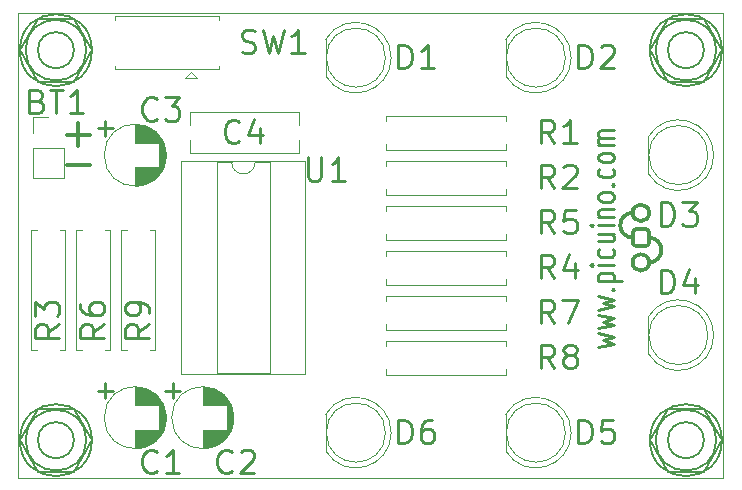
<source format=gbr>
%TF.GenerationSoftware,KiCad,Pcbnew,(5.1.12)-1*%
%TF.CreationDate,2022-01-20T18:33:59+01:00*%
%TF.ProjectId,pcb-luces-led-navidad,7063622d-6c75-4636-9573-2d6c65642d6e,R2*%
%TF.SameCoordinates,PX3072580PY3072580*%
%TF.FileFunction,Legend,Top*%
%TF.FilePolarity,Positive*%
%FSLAX46Y46*%
G04 Gerber Fmt 4.6, Leading zero omitted, Abs format (unit mm)*
G04 Created by KiCad (PCBNEW (5.1.12)-1) date 2022-01-20 18:33:59*
%MOMM*%
%LPD*%
G01*
G04 APERTURE LIST*
%ADD10C,0.300000*%
%ADD11C,0.120000*%
%ADD12C,0.250000*%
%ADD13C,0.127000*%
G04 APERTURE END LIST*
D10*
X4127619Y-10338571D02*
X6032380Y-10338571D01*
X5080000Y-11290952D02*
X5080000Y-9386190D01*
X4127619Y-12878571D02*
X6032380Y-12878571D01*
D11*
X59690000Y-39370000D02*
X59690000Y0D01*
X0Y-39370000D02*
X59690000Y-39370000D01*
X0Y-39370000D02*
X0Y0D01*
X59690000Y0D02*
X0Y0D01*
D12*
%TO.C,C3*%
X8001000Y-9779000D02*
X6731000Y-9779000D01*
X7366000Y-9144000D02*
X7366000Y-10414000D01*
D11*
X12510000Y-12065000D02*
G75*
G03*
X12510000Y-12065000I-2620000J0D01*
G01*
X9890000Y-13105000D02*
X9890000Y-14645000D01*
X9890000Y-9485000D02*
X9890000Y-11025000D01*
X9930000Y-13105000D02*
X9930000Y-14645000D01*
X9930000Y-9485000D02*
X9930000Y-11025000D01*
X9970000Y-9486000D02*
X9970000Y-11025000D01*
X9970000Y-13105000D02*
X9970000Y-14644000D01*
X10010000Y-9487000D02*
X10010000Y-11025000D01*
X10010000Y-13105000D02*
X10010000Y-14643000D01*
X10050000Y-9489000D02*
X10050000Y-11025000D01*
X10050000Y-13105000D02*
X10050000Y-14641000D01*
X10090000Y-9492000D02*
X10090000Y-11025000D01*
X10090000Y-13105000D02*
X10090000Y-14638000D01*
X10130000Y-9496000D02*
X10130000Y-11025000D01*
X10130000Y-13105000D02*
X10130000Y-14634000D01*
X10170000Y-9500000D02*
X10170000Y-11025000D01*
X10170000Y-13105000D02*
X10170000Y-14630000D01*
X10210000Y-9504000D02*
X10210000Y-11025000D01*
X10210000Y-13105000D02*
X10210000Y-14626000D01*
X10250000Y-9509000D02*
X10250000Y-11025000D01*
X10250000Y-13105000D02*
X10250000Y-14621000D01*
X10290000Y-9515000D02*
X10290000Y-11025000D01*
X10290000Y-13105000D02*
X10290000Y-14615000D01*
X10330000Y-9522000D02*
X10330000Y-11025000D01*
X10330000Y-13105000D02*
X10330000Y-14608000D01*
X10370000Y-9529000D02*
X10370000Y-11025000D01*
X10370000Y-13105000D02*
X10370000Y-14601000D01*
X10410000Y-9537000D02*
X10410000Y-11025000D01*
X10410000Y-13105000D02*
X10410000Y-14593000D01*
X10450000Y-9545000D02*
X10450000Y-11025000D01*
X10450000Y-13105000D02*
X10450000Y-14585000D01*
X10490000Y-9554000D02*
X10490000Y-11025000D01*
X10490000Y-13105000D02*
X10490000Y-14576000D01*
X10530000Y-9564000D02*
X10530000Y-11025000D01*
X10530000Y-13105000D02*
X10530000Y-14566000D01*
X10570000Y-9574000D02*
X10570000Y-11025000D01*
X10570000Y-13105000D02*
X10570000Y-14556000D01*
X10611000Y-9585000D02*
X10611000Y-11025000D01*
X10611000Y-13105000D02*
X10611000Y-14545000D01*
X10651000Y-9597000D02*
X10651000Y-11025000D01*
X10651000Y-13105000D02*
X10651000Y-14533000D01*
X10691000Y-9610000D02*
X10691000Y-11025000D01*
X10691000Y-13105000D02*
X10691000Y-14520000D01*
X10731000Y-9623000D02*
X10731000Y-11025000D01*
X10731000Y-13105000D02*
X10731000Y-14507000D01*
X10771000Y-9637000D02*
X10771000Y-11025000D01*
X10771000Y-13105000D02*
X10771000Y-14493000D01*
X10811000Y-9651000D02*
X10811000Y-11025000D01*
X10811000Y-13105000D02*
X10811000Y-14479000D01*
X10851000Y-9667000D02*
X10851000Y-11025000D01*
X10851000Y-13105000D02*
X10851000Y-14463000D01*
X10891000Y-9683000D02*
X10891000Y-11025000D01*
X10891000Y-13105000D02*
X10891000Y-14447000D01*
X10931000Y-9700000D02*
X10931000Y-11025000D01*
X10931000Y-13105000D02*
X10931000Y-14430000D01*
X10971000Y-9717000D02*
X10971000Y-11025000D01*
X10971000Y-13105000D02*
X10971000Y-14413000D01*
X11011000Y-9736000D02*
X11011000Y-11025000D01*
X11011000Y-13105000D02*
X11011000Y-14394000D01*
X11051000Y-9755000D02*
X11051000Y-11025000D01*
X11051000Y-13105000D02*
X11051000Y-14375000D01*
X11091000Y-9775000D02*
X11091000Y-11025000D01*
X11091000Y-13105000D02*
X11091000Y-14355000D01*
X11131000Y-9797000D02*
X11131000Y-11025000D01*
X11131000Y-13105000D02*
X11131000Y-14333000D01*
X11171000Y-9818000D02*
X11171000Y-11025000D01*
X11171000Y-13105000D02*
X11171000Y-14312000D01*
X11211000Y-9841000D02*
X11211000Y-11025000D01*
X11211000Y-13105000D02*
X11211000Y-14289000D01*
X11251000Y-9865000D02*
X11251000Y-11025000D01*
X11251000Y-13105000D02*
X11251000Y-14265000D01*
X11291000Y-9890000D02*
X11291000Y-11025000D01*
X11291000Y-13105000D02*
X11291000Y-14240000D01*
X11331000Y-9916000D02*
X11331000Y-11025000D01*
X11331000Y-13105000D02*
X11331000Y-14214000D01*
X11371000Y-9943000D02*
X11371000Y-11025000D01*
X11371000Y-13105000D02*
X11371000Y-14187000D01*
X11411000Y-9970000D02*
X11411000Y-11025000D01*
X11411000Y-13105000D02*
X11411000Y-14160000D01*
X11451000Y-10000000D02*
X11451000Y-11025000D01*
X11451000Y-13105000D02*
X11451000Y-14130000D01*
X11491000Y-10030000D02*
X11491000Y-11025000D01*
X11491000Y-13105000D02*
X11491000Y-14100000D01*
X11531000Y-10061000D02*
X11531000Y-11025000D01*
X11531000Y-13105000D02*
X11531000Y-14069000D01*
X11571000Y-10094000D02*
X11571000Y-11025000D01*
X11571000Y-13105000D02*
X11571000Y-14036000D01*
X11611000Y-10128000D02*
X11611000Y-11025000D01*
X11611000Y-13105000D02*
X11611000Y-14002000D01*
X11651000Y-10164000D02*
X11651000Y-11025000D01*
X11651000Y-13105000D02*
X11651000Y-13966000D01*
X11691000Y-10201000D02*
X11691000Y-11025000D01*
X11691000Y-13105000D02*
X11691000Y-13929000D01*
X11731000Y-10239000D02*
X11731000Y-11025000D01*
X11731000Y-13105000D02*
X11731000Y-13891000D01*
X11771000Y-10280000D02*
X11771000Y-11025000D01*
X11771000Y-13105000D02*
X11771000Y-13850000D01*
X11811000Y-10322000D02*
X11811000Y-11025000D01*
X11811000Y-13105000D02*
X11811000Y-13808000D01*
X11851000Y-10366000D02*
X11851000Y-11025000D01*
X11851000Y-13105000D02*
X11851000Y-13764000D01*
X11891000Y-10412000D02*
X11891000Y-11025000D01*
X11891000Y-13105000D02*
X11891000Y-13718000D01*
X11931000Y-10460000D02*
X11931000Y-13670000D01*
X11971000Y-10511000D02*
X11971000Y-13619000D01*
X12011000Y-10565000D02*
X12011000Y-13565000D01*
X12051000Y-10622000D02*
X12051000Y-13508000D01*
X12091000Y-10682000D02*
X12091000Y-13448000D01*
X12131000Y-10746000D02*
X12131000Y-13384000D01*
X12171000Y-10814000D02*
X12171000Y-13316000D01*
X12211000Y-10887000D02*
X12211000Y-13243000D01*
X12251000Y-10967000D02*
X12251000Y-13163000D01*
X12291000Y-11054000D02*
X12291000Y-13076000D01*
X12331000Y-11150000D02*
X12331000Y-12980000D01*
X12371000Y-11260000D02*
X12371000Y-12870000D01*
X12411000Y-11388000D02*
X12411000Y-12742000D01*
X12451000Y-11547000D02*
X12451000Y-12583000D01*
X12491000Y-11781000D02*
X12491000Y-12349000D01*
D12*
%TO.C,C1*%
X8001000Y-32004000D02*
X6731000Y-32004000D01*
X7366000Y-31369000D02*
X7366000Y-32639000D01*
D11*
X12510000Y-34290000D02*
G75*
G03*
X12510000Y-34290000I-2620000J0D01*
G01*
X9890000Y-35330000D02*
X9890000Y-36870000D01*
X9890000Y-31710000D02*
X9890000Y-33250000D01*
X9930000Y-35330000D02*
X9930000Y-36870000D01*
X9930000Y-31710000D02*
X9930000Y-33250000D01*
X9970000Y-31711000D02*
X9970000Y-33250000D01*
X9970000Y-35330000D02*
X9970000Y-36869000D01*
X10010000Y-31712000D02*
X10010000Y-33250000D01*
X10010000Y-35330000D02*
X10010000Y-36868000D01*
X10050000Y-31714000D02*
X10050000Y-33250000D01*
X10050000Y-35330000D02*
X10050000Y-36866000D01*
X10090000Y-31717000D02*
X10090000Y-33250000D01*
X10090000Y-35330000D02*
X10090000Y-36863000D01*
X10130000Y-31721000D02*
X10130000Y-33250000D01*
X10130000Y-35330000D02*
X10130000Y-36859000D01*
X10170000Y-31725000D02*
X10170000Y-33250000D01*
X10170000Y-35330000D02*
X10170000Y-36855000D01*
X10210000Y-31729000D02*
X10210000Y-33250000D01*
X10210000Y-35330000D02*
X10210000Y-36851000D01*
X10250000Y-31734000D02*
X10250000Y-33250000D01*
X10250000Y-35330000D02*
X10250000Y-36846000D01*
X10290000Y-31740000D02*
X10290000Y-33250000D01*
X10290000Y-35330000D02*
X10290000Y-36840000D01*
X10330000Y-31747000D02*
X10330000Y-33250000D01*
X10330000Y-35330000D02*
X10330000Y-36833000D01*
X10370000Y-31754000D02*
X10370000Y-33250000D01*
X10370000Y-35330000D02*
X10370000Y-36826000D01*
X10410000Y-31762000D02*
X10410000Y-33250000D01*
X10410000Y-35330000D02*
X10410000Y-36818000D01*
X10450000Y-31770000D02*
X10450000Y-33250000D01*
X10450000Y-35330000D02*
X10450000Y-36810000D01*
X10490000Y-31779000D02*
X10490000Y-33250000D01*
X10490000Y-35330000D02*
X10490000Y-36801000D01*
X10530000Y-31789000D02*
X10530000Y-33250000D01*
X10530000Y-35330000D02*
X10530000Y-36791000D01*
X10570000Y-31799000D02*
X10570000Y-33250000D01*
X10570000Y-35330000D02*
X10570000Y-36781000D01*
X10611000Y-31810000D02*
X10611000Y-33250000D01*
X10611000Y-35330000D02*
X10611000Y-36770000D01*
X10651000Y-31822000D02*
X10651000Y-33250000D01*
X10651000Y-35330000D02*
X10651000Y-36758000D01*
X10691000Y-31835000D02*
X10691000Y-33250000D01*
X10691000Y-35330000D02*
X10691000Y-36745000D01*
X10731000Y-31848000D02*
X10731000Y-33250000D01*
X10731000Y-35330000D02*
X10731000Y-36732000D01*
X10771000Y-31862000D02*
X10771000Y-33250000D01*
X10771000Y-35330000D02*
X10771000Y-36718000D01*
X10811000Y-31876000D02*
X10811000Y-33250000D01*
X10811000Y-35330000D02*
X10811000Y-36704000D01*
X10851000Y-31892000D02*
X10851000Y-33250000D01*
X10851000Y-35330000D02*
X10851000Y-36688000D01*
X10891000Y-31908000D02*
X10891000Y-33250000D01*
X10891000Y-35330000D02*
X10891000Y-36672000D01*
X10931000Y-31925000D02*
X10931000Y-33250000D01*
X10931000Y-35330000D02*
X10931000Y-36655000D01*
X10971000Y-31942000D02*
X10971000Y-33250000D01*
X10971000Y-35330000D02*
X10971000Y-36638000D01*
X11011000Y-31961000D02*
X11011000Y-33250000D01*
X11011000Y-35330000D02*
X11011000Y-36619000D01*
X11051000Y-31980000D02*
X11051000Y-33250000D01*
X11051000Y-35330000D02*
X11051000Y-36600000D01*
X11091000Y-32000000D02*
X11091000Y-33250000D01*
X11091000Y-35330000D02*
X11091000Y-36580000D01*
X11131000Y-32022000D02*
X11131000Y-33250000D01*
X11131000Y-35330000D02*
X11131000Y-36558000D01*
X11171000Y-32043000D02*
X11171000Y-33250000D01*
X11171000Y-35330000D02*
X11171000Y-36537000D01*
X11211000Y-32066000D02*
X11211000Y-33250000D01*
X11211000Y-35330000D02*
X11211000Y-36514000D01*
X11251000Y-32090000D02*
X11251000Y-33250000D01*
X11251000Y-35330000D02*
X11251000Y-36490000D01*
X11291000Y-32115000D02*
X11291000Y-33250000D01*
X11291000Y-35330000D02*
X11291000Y-36465000D01*
X11331000Y-32141000D02*
X11331000Y-33250000D01*
X11331000Y-35330000D02*
X11331000Y-36439000D01*
X11371000Y-32168000D02*
X11371000Y-33250000D01*
X11371000Y-35330000D02*
X11371000Y-36412000D01*
X11411000Y-32195000D02*
X11411000Y-33250000D01*
X11411000Y-35330000D02*
X11411000Y-36385000D01*
X11451000Y-32225000D02*
X11451000Y-33250000D01*
X11451000Y-35330000D02*
X11451000Y-36355000D01*
X11491000Y-32255000D02*
X11491000Y-33250000D01*
X11491000Y-35330000D02*
X11491000Y-36325000D01*
X11531000Y-32286000D02*
X11531000Y-33250000D01*
X11531000Y-35330000D02*
X11531000Y-36294000D01*
X11571000Y-32319000D02*
X11571000Y-33250000D01*
X11571000Y-35330000D02*
X11571000Y-36261000D01*
X11611000Y-32353000D02*
X11611000Y-33250000D01*
X11611000Y-35330000D02*
X11611000Y-36227000D01*
X11651000Y-32389000D02*
X11651000Y-33250000D01*
X11651000Y-35330000D02*
X11651000Y-36191000D01*
X11691000Y-32426000D02*
X11691000Y-33250000D01*
X11691000Y-35330000D02*
X11691000Y-36154000D01*
X11731000Y-32464000D02*
X11731000Y-33250000D01*
X11731000Y-35330000D02*
X11731000Y-36116000D01*
X11771000Y-32505000D02*
X11771000Y-33250000D01*
X11771000Y-35330000D02*
X11771000Y-36075000D01*
X11811000Y-32547000D02*
X11811000Y-33250000D01*
X11811000Y-35330000D02*
X11811000Y-36033000D01*
X11851000Y-32591000D02*
X11851000Y-33250000D01*
X11851000Y-35330000D02*
X11851000Y-35989000D01*
X11891000Y-32637000D02*
X11891000Y-33250000D01*
X11891000Y-35330000D02*
X11891000Y-35943000D01*
X11931000Y-32685000D02*
X11931000Y-35895000D01*
X11971000Y-32736000D02*
X11971000Y-35844000D01*
X12011000Y-32790000D02*
X12011000Y-35790000D01*
X12051000Y-32847000D02*
X12051000Y-35733000D01*
X12091000Y-32907000D02*
X12091000Y-35673000D01*
X12131000Y-32971000D02*
X12131000Y-35609000D01*
X12171000Y-33039000D02*
X12171000Y-35541000D01*
X12211000Y-33112000D02*
X12211000Y-35468000D01*
X12251000Y-33192000D02*
X12251000Y-35388000D01*
X12291000Y-33279000D02*
X12291000Y-35301000D01*
X12331000Y-33375000D02*
X12331000Y-35205000D01*
X12371000Y-33485000D02*
X12371000Y-35095000D01*
X12411000Y-33613000D02*
X12411000Y-34967000D01*
X12451000Y-33772000D02*
X12451000Y-34808000D01*
X12491000Y-34006000D02*
X12491000Y-34574000D01*
%TO.C,C2*%
X18206000Y-34006000D02*
X18206000Y-34574000D01*
X18166000Y-33772000D02*
X18166000Y-34808000D01*
X18126000Y-33613000D02*
X18126000Y-34967000D01*
X18086000Y-33485000D02*
X18086000Y-35095000D01*
X18046000Y-33375000D02*
X18046000Y-35205000D01*
X18006000Y-33279000D02*
X18006000Y-35301000D01*
X17966000Y-33192000D02*
X17966000Y-35388000D01*
X17926000Y-33112000D02*
X17926000Y-35468000D01*
X17886000Y-33039000D02*
X17886000Y-35541000D01*
X17846000Y-32971000D02*
X17846000Y-35609000D01*
X17806000Y-32907000D02*
X17806000Y-35673000D01*
X17766000Y-32847000D02*
X17766000Y-35733000D01*
X17726000Y-32790000D02*
X17726000Y-35790000D01*
X17686000Y-32736000D02*
X17686000Y-35844000D01*
X17646000Y-32685000D02*
X17646000Y-35895000D01*
X17606000Y-35330000D02*
X17606000Y-35943000D01*
X17606000Y-32637000D02*
X17606000Y-33250000D01*
X17566000Y-35330000D02*
X17566000Y-35989000D01*
X17566000Y-32591000D02*
X17566000Y-33250000D01*
X17526000Y-35330000D02*
X17526000Y-36033000D01*
X17526000Y-32547000D02*
X17526000Y-33250000D01*
X17486000Y-35330000D02*
X17486000Y-36075000D01*
X17486000Y-32505000D02*
X17486000Y-33250000D01*
X17446000Y-35330000D02*
X17446000Y-36116000D01*
X17446000Y-32464000D02*
X17446000Y-33250000D01*
X17406000Y-35330000D02*
X17406000Y-36154000D01*
X17406000Y-32426000D02*
X17406000Y-33250000D01*
X17366000Y-35330000D02*
X17366000Y-36191000D01*
X17366000Y-32389000D02*
X17366000Y-33250000D01*
X17326000Y-35330000D02*
X17326000Y-36227000D01*
X17326000Y-32353000D02*
X17326000Y-33250000D01*
X17286000Y-35330000D02*
X17286000Y-36261000D01*
X17286000Y-32319000D02*
X17286000Y-33250000D01*
X17246000Y-35330000D02*
X17246000Y-36294000D01*
X17246000Y-32286000D02*
X17246000Y-33250000D01*
X17206000Y-35330000D02*
X17206000Y-36325000D01*
X17206000Y-32255000D02*
X17206000Y-33250000D01*
X17166000Y-35330000D02*
X17166000Y-36355000D01*
X17166000Y-32225000D02*
X17166000Y-33250000D01*
X17126000Y-35330000D02*
X17126000Y-36385000D01*
X17126000Y-32195000D02*
X17126000Y-33250000D01*
X17086000Y-35330000D02*
X17086000Y-36412000D01*
X17086000Y-32168000D02*
X17086000Y-33250000D01*
X17046000Y-35330000D02*
X17046000Y-36439000D01*
X17046000Y-32141000D02*
X17046000Y-33250000D01*
X17006000Y-35330000D02*
X17006000Y-36465000D01*
X17006000Y-32115000D02*
X17006000Y-33250000D01*
X16966000Y-35330000D02*
X16966000Y-36490000D01*
X16966000Y-32090000D02*
X16966000Y-33250000D01*
X16926000Y-35330000D02*
X16926000Y-36514000D01*
X16926000Y-32066000D02*
X16926000Y-33250000D01*
X16886000Y-35330000D02*
X16886000Y-36537000D01*
X16886000Y-32043000D02*
X16886000Y-33250000D01*
X16846000Y-35330000D02*
X16846000Y-36558000D01*
X16846000Y-32022000D02*
X16846000Y-33250000D01*
X16806000Y-35330000D02*
X16806000Y-36580000D01*
X16806000Y-32000000D02*
X16806000Y-33250000D01*
X16766000Y-35330000D02*
X16766000Y-36600000D01*
X16766000Y-31980000D02*
X16766000Y-33250000D01*
X16726000Y-35330000D02*
X16726000Y-36619000D01*
X16726000Y-31961000D02*
X16726000Y-33250000D01*
X16686000Y-35330000D02*
X16686000Y-36638000D01*
X16686000Y-31942000D02*
X16686000Y-33250000D01*
X16646000Y-35330000D02*
X16646000Y-36655000D01*
X16646000Y-31925000D02*
X16646000Y-33250000D01*
X16606000Y-35330000D02*
X16606000Y-36672000D01*
X16606000Y-31908000D02*
X16606000Y-33250000D01*
X16566000Y-35330000D02*
X16566000Y-36688000D01*
X16566000Y-31892000D02*
X16566000Y-33250000D01*
X16526000Y-35330000D02*
X16526000Y-36704000D01*
X16526000Y-31876000D02*
X16526000Y-33250000D01*
X16486000Y-35330000D02*
X16486000Y-36718000D01*
X16486000Y-31862000D02*
X16486000Y-33250000D01*
X16446000Y-35330000D02*
X16446000Y-36732000D01*
X16446000Y-31848000D02*
X16446000Y-33250000D01*
X16406000Y-35330000D02*
X16406000Y-36745000D01*
X16406000Y-31835000D02*
X16406000Y-33250000D01*
X16366000Y-35330000D02*
X16366000Y-36758000D01*
X16366000Y-31822000D02*
X16366000Y-33250000D01*
X16326000Y-35330000D02*
X16326000Y-36770000D01*
X16326000Y-31810000D02*
X16326000Y-33250000D01*
X16285000Y-35330000D02*
X16285000Y-36781000D01*
X16285000Y-31799000D02*
X16285000Y-33250000D01*
X16245000Y-35330000D02*
X16245000Y-36791000D01*
X16245000Y-31789000D02*
X16245000Y-33250000D01*
X16205000Y-35330000D02*
X16205000Y-36801000D01*
X16205000Y-31779000D02*
X16205000Y-33250000D01*
X16165000Y-35330000D02*
X16165000Y-36810000D01*
X16165000Y-31770000D02*
X16165000Y-33250000D01*
X16125000Y-35330000D02*
X16125000Y-36818000D01*
X16125000Y-31762000D02*
X16125000Y-33250000D01*
X16085000Y-35330000D02*
X16085000Y-36826000D01*
X16085000Y-31754000D02*
X16085000Y-33250000D01*
X16045000Y-35330000D02*
X16045000Y-36833000D01*
X16045000Y-31747000D02*
X16045000Y-33250000D01*
X16005000Y-35330000D02*
X16005000Y-36840000D01*
X16005000Y-31740000D02*
X16005000Y-33250000D01*
X15965000Y-35330000D02*
X15965000Y-36846000D01*
X15965000Y-31734000D02*
X15965000Y-33250000D01*
X15925000Y-35330000D02*
X15925000Y-36851000D01*
X15925000Y-31729000D02*
X15925000Y-33250000D01*
X15885000Y-35330000D02*
X15885000Y-36855000D01*
X15885000Y-31725000D02*
X15885000Y-33250000D01*
X15845000Y-35330000D02*
X15845000Y-36859000D01*
X15845000Y-31721000D02*
X15845000Y-33250000D01*
X15805000Y-35330000D02*
X15805000Y-36863000D01*
X15805000Y-31717000D02*
X15805000Y-33250000D01*
X15765000Y-35330000D02*
X15765000Y-36866000D01*
X15765000Y-31714000D02*
X15765000Y-33250000D01*
X15725000Y-35330000D02*
X15725000Y-36868000D01*
X15725000Y-31712000D02*
X15725000Y-33250000D01*
X15685000Y-35330000D02*
X15685000Y-36869000D01*
X15685000Y-31711000D02*
X15685000Y-33250000D01*
X15645000Y-31710000D02*
X15645000Y-33250000D01*
X15645000Y-35330000D02*
X15645000Y-36870000D01*
X15605000Y-31710000D02*
X15605000Y-33250000D01*
X15605000Y-35330000D02*
X15605000Y-36870000D01*
X18225000Y-34290000D02*
G75*
G03*
X18225000Y-34290000I-2620000J0D01*
G01*
D12*
X13081000Y-31369000D02*
X13081000Y-32639000D01*
X13716000Y-32004000D02*
X12446000Y-32004000D01*
D11*
%TO.C,R9*%
X11600000Y-18425000D02*
X11120000Y-18425000D01*
X11600000Y-28565000D02*
X11600000Y-18425000D01*
X11120000Y-28565000D02*
X11600000Y-28565000D01*
X8720000Y-18425000D02*
X9200000Y-18425000D01*
X8720000Y-28565000D02*
X8720000Y-18425000D01*
X9200000Y-28565000D02*
X8720000Y-28565000D01*
%TO.C,R6*%
X7790000Y-18425000D02*
X7310000Y-18425000D01*
X7790000Y-28565000D02*
X7790000Y-18425000D01*
X7310000Y-28565000D02*
X7790000Y-28565000D01*
X4910000Y-18425000D02*
X5390000Y-18425000D01*
X4910000Y-28565000D02*
X4910000Y-18425000D01*
X5390000Y-28565000D02*
X4910000Y-28565000D01*
%TO.C,R3*%
X3980000Y-18425000D02*
X3500000Y-18425000D01*
X3980000Y-28565000D02*
X3980000Y-18425000D01*
X3500000Y-28565000D02*
X3980000Y-28565000D01*
X1100000Y-18425000D02*
X1580000Y-18425000D01*
X1100000Y-28565000D02*
X1100000Y-18425000D01*
X1580000Y-28565000D02*
X1100000Y-28565000D01*
%TO.C,R8*%
X31125000Y-27770000D02*
X31125000Y-28250000D01*
X41265000Y-27770000D02*
X31125000Y-27770000D01*
X41265000Y-28250000D02*
X41265000Y-27770000D01*
X31125000Y-30650000D02*
X31125000Y-30170000D01*
X41265000Y-30650000D02*
X31125000Y-30650000D01*
X41265000Y-30170000D02*
X41265000Y-30650000D01*
%TO.C,R7*%
X31125000Y-23960000D02*
X31125000Y-24440000D01*
X41265000Y-23960000D02*
X31125000Y-23960000D01*
X41265000Y-24440000D02*
X41265000Y-23960000D01*
X31125000Y-26840000D02*
X31125000Y-26360000D01*
X41265000Y-26840000D02*
X31125000Y-26840000D01*
X41265000Y-26360000D02*
X41265000Y-26840000D01*
%TO.C,R4*%
X31125000Y-20150000D02*
X31125000Y-20630000D01*
X41265000Y-20150000D02*
X31125000Y-20150000D01*
X41265000Y-20630000D02*
X41265000Y-20150000D01*
X31125000Y-23030000D02*
X31125000Y-22550000D01*
X41265000Y-23030000D02*
X31125000Y-23030000D01*
X41265000Y-22550000D02*
X41265000Y-23030000D01*
%TO.C,R5*%
X31125000Y-16340000D02*
X31125000Y-16820000D01*
X41265000Y-16340000D02*
X31125000Y-16340000D01*
X41265000Y-16820000D02*
X41265000Y-16340000D01*
X31125000Y-19220000D02*
X31125000Y-18740000D01*
X41265000Y-19220000D02*
X31125000Y-19220000D01*
X41265000Y-18740000D02*
X41265000Y-19220000D01*
%TO.C,R2*%
X31125000Y-12530000D02*
X31125000Y-13010000D01*
X41265000Y-12530000D02*
X31125000Y-12530000D01*
X41265000Y-13010000D02*
X41265000Y-12530000D01*
X31125000Y-15410000D02*
X31125000Y-14930000D01*
X41265000Y-15410000D02*
X31125000Y-15410000D01*
X41265000Y-14930000D02*
X41265000Y-15410000D01*
%TO.C,R1*%
X41265000Y-11120000D02*
X41265000Y-11600000D01*
X41265000Y-11600000D02*
X31125000Y-11600000D01*
X31125000Y-11600000D02*
X31125000Y-11120000D01*
X41265000Y-9200000D02*
X41265000Y-8720000D01*
X41265000Y-8720000D02*
X31125000Y-8720000D01*
X31125000Y-8720000D02*
X31125000Y-9200000D01*
D10*
%TO.C,Picuino_Logo_B6*%
X53403500Y-16949420D02*
G75*
G03*
X53403500Y-16949420I-698500J0D01*
G01*
X52003960Y-19448780D02*
X52003960Y-18651220D01*
X52306220Y-18348960D02*
X53103780Y-18348960D01*
X53403500Y-21150580D02*
G75*
G03*
X53403500Y-21150580I-698500J0D01*
G01*
X53103780Y-19751040D02*
X52306220Y-19751040D01*
X53406040Y-18651220D02*
X53406040Y-19448780D01*
X50952400Y-17998440D02*
G75*
G03*
X52003960Y-19050000I1051560J0D01*
G01*
X52003960Y-19448780D02*
G75*
G03*
X52306220Y-19751040I302260J0D01*
G01*
X53406040Y-18651220D02*
G75*
G03*
X53103780Y-18348960I-302260J0D01*
G01*
X52003960Y-16949420D02*
G75*
G03*
X50954940Y-17998440I0J-1049020D01*
G01*
X53406040Y-21150580D02*
G75*
G03*
X54455060Y-20101560I0J1049020D01*
G01*
X54457600Y-20101560D02*
G75*
G03*
X53406040Y-19050000I-1051560J0D01*
G01*
X53103780Y-19751040D02*
G75*
G03*
X53406040Y-19448780I0J302260D01*
G01*
X52306220Y-18348960D02*
G75*
G03*
X52003960Y-18651220I0J-302260D01*
G01*
D13*
%TO.C,M3*%
X4699000Y-36195000D02*
G75*
G03*
X4699000Y-36195000I-1524000J0D01*
G01*
X5746554Y-36195000D02*
G75*
G03*
X5746554Y-36195000I-2571554J0D01*
G01*
X4699000Y-33528000D02*
X1651000Y-33528000D01*
X1651000Y-33528000D02*
X127000Y-36195000D01*
X127000Y-36195000D02*
X1651000Y-38862000D01*
X1651000Y-38862000D02*
X4699000Y-38862000D01*
X4699000Y-38862000D02*
X6223000Y-36195000D01*
X6223000Y-36195000D02*
X4699000Y-33528000D01*
X6223000Y-36195000D02*
G75*
G03*
X6223000Y-36195000I-3048000J0D01*
G01*
X4699000Y-3175000D02*
G75*
G03*
X4699000Y-3175000I-1524000J0D01*
G01*
X5746554Y-3175000D02*
G75*
G03*
X5746554Y-3175000I-2571554J0D01*
G01*
X4699000Y-508000D02*
X1651000Y-508000D01*
X1651000Y-508000D02*
X127000Y-3175000D01*
X127000Y-3175000D02*
X1651000Y-5842000D01*
X1651000Y-5842000D02*
X4699000Y-5842000D01*
X4699000Y-5842000D02*
X6223000Y-3175000D01*
X6223000Y-3175000D02*
X4699000Y-508000D01*
X6223000Y-3175000D02*
G75*
G03*
X6223000Y-3175000I-3048000J0D01*
G01*
X58039000Y-36195000D02*
G75*
G03*
X58039000Y-36195000I-1524000J0D01*
G01*
X59086554Y-36195000D02*
G75*
G03*
X59086554Y-36195000I-2571554J0D01*
G01*
X58039000Y-33528000D02*
X54991000Y-33528000D01*
X54991000Y-33528000D02*
X53467000Y-36195000D01*
X53467000Y-36195000D02*
X54991000Y-38862000D01*
X54991000Y-38862000D02*
X58039000Y-38862000D01*
X58039000Y-38862000D02*
X59563000Y-36195000D01*
X59563000Y-36195000D02*
X58039000Y-33528000D01*
X59563000Y-36195000D02*
G75*
G03*
X59563000Y-36195000I-3048000J0D01*
G01*
X58039000Y-3175000D02*
G75*
G03*
X58039000Y-3175000I-1524000J0D01*
G01*
X59086554Y-3175000D02*
G75*
G03*
X59086554Y-3175000I-2571554J0D01*
G01*
X58039000Y-508000D02*
X54991000Y-508000D01*
X54991000Y-508000D02*
X53467000Y-3175000D01*
X53467000Y-3175000D02*
X54991000Y-5842000D01*
X54991000Y-5842000D02*
X58039000Y-5842000D01*
X58039000Y-5842000D02*
X59563000Y-3175000D01*
X59563000Y-3175000D02*
X58039000Y-508000D01*
X59563000Y-3175000D02*
G75*
G03*
X59563000Y-3175000I-3048000J0D01*
G01*
D11*
%TO.C,U1*%
X24300000Y-12580000D02*
X13800000Y-12580000D01*
X24300000Y-30600000D02*
X24300000Y-12580000D01*
X13800000Y-30600000D02*
X24300000Y-30600000D01*
X13800000Y-12580000D02*
X13800000Y-30600000D01*
X21300000Y-12640000D02*
X20050000Y-12640000D01*
X21300000Y-30540000D02*
X21300000Y-12640000D01*
X16800000Y-30540000D02*
X21300000Y-30540000D01*
X16800000Y-12640000D02*
X16800000Y-30540000D01*
X18050000Y-12640000D02*
X16800000Y-12640000D01*
X20050000Y-12640000D02*
G75*
G02*
X18050000Y-12640000I-1000000J0D01*
G01*
%TO.C,C4*%
X23730000Y-11881000D02*
X14490000Y-11881000D01*
X23730000Y-8439000D02*
X14490000Y-8439000D01*
X23730000Y-11881000D02*
X23730000Y-10825000D01*
X23730000Y-9495000D02*
X23730000Y-8439000D01*
X14490000Y-11881000D02*
X14490000Y-10825000D01*
X14490000Y-9495000D02*
X14490000Y-8439000D01*
%TO.C,BT1*%
X1210000Y-8830000D02*
X2540000Y-8830000D01*
X1210000Y-10160000D02*
X1210000Y-8830000D01*
X1210000Y-11430000D02*
X3870000Y-11430000D01*
X3870000Y-11430000D02*
X3870000Y-14030000D01*
X1210000Y-11430000D02*
X1210000Y-14030000D01*
X1210000Y-14030000D02*
X3870000Y-14030000D01*
%TO.C,D1*%
X31075000Y-3810000D02*
G75*
G03*
X31075000Y-3810000I-2500000J0D01*
G01*
X26015000Y-2265000D02*
X26015000Y-5355000D01*
X31565000Y-3810462D02*
G75*
G03*
X26015000Y-2265170I-2990000J462D01*
G01*
X31565000Y-3809538D02*
G75*
G02*
X26015000Y-5354830I-2990000J-462D01*
G01*
%TO.C,D2*%
X41255000Y-2265000D02*
X41255000Y-5355000D01*
X46315000Y-3810000D02*
G75*
G03*
X46315000Y-3810000I-2500000J0D01*
G01*
X46805000Y-3809538D02*
G75*
G02*
X41255000Y-5354830I-2990000J-462D01*
G01*
X46805000Y-3810462D02*
G75*
G03*
X41255000Y-2265170I-2990000J462D01*
G01*
%TO.C,D3*%
X58380000Y-12065000D02*
G75*
G03*
X58380000Y-12065000I-2500000J0D01*
G01*
X53320000Y-10520000D02*
X53320000Y-13610000D01*
X58870000Y-12065462D02*
G75*
G03*
X53320000Y-10520170I-2990000J462D01*
G01*
X58870000Y-12064538D02*
G75*
G02*
X53320000Y-13609830I-2990000J-462D01*
G01*
%TO.C,D4*%
X53320000Y-25760000D02*
X53320000Y-28850000D01*
X58380000Y-27305000D02*
G75*
G03*
X58380000Y-27305000I-2500000J0D01*
G01*
X58870000Y-27304538D02*
G75*
G02*
X53320000Y-28849830I-2990000J-462D01*
G01*
X58870000Y-27305462D02*
G75*
G03*
X53320000Y-25760170I-2990000J462D01*
G01*
%TO.C,D5*%
X46315000Y-35560000D02*
G75*
G03*
X46315000Y-35560000I-2500000J0D01*
G01*
X41255000Y-34015000D02*
X41255000Y-37105000D01*
X46805000Y-35560462D02*
G75*
G03*
X41255000Y-34015170I-2990000J462D01*
G01*
X46805000Y-35559538D02*
G75*
G02*
X41255000Y-37104830I-2990000J-462D01*
G01*
%TO.C,D6*%
X26015000Y-34015000D02*
X26015000Y-37105000D01*
X31075000Y-35560000D02*
G75*
G03*
X31075000Y-35560000I-2500000J0D01*
G01*
X31565000Y-35559538D02*
G75*
G02*
X26015000Y-37104830I-2990000J-462D01*
G01*
X31565000Y-35560462D02*
G75*
G03*
X26015000Y-34015170I-2990000J462D01*
G01*
%TO.C,SW1*%
X17015000Y-4800000D02*
X8195000Y-4800000D01*
X8195000Y-4800000D02*
X8195000Y-4490000D01*
X8195000Y-280000D02*
X17015000Y-280000D01*
X17015000Y-4490000D02*
X17015000Y-4800000D01*
X17015000Y-280000D02*
X17015000Y-590000D01*
X8195000Y-280000D02*
X8195000Y-590000D01*
X15105000Y-5500000D02*
X14605000Y-5000000D01*
X14605000Y-5000000D02*
X14105000Y-5500000D01*
X14105000Y-5500000D02*
X15105000Y-5500000D01*
%TO.C,C3*%
D12*
X11731666Y-8969285D02*
X11636428Y-9064523D01*
X11350714Y-9159761D01*
X11160238Y-9159761D01*
X10874523Y-9064523D01*
X10684047Y-8874047D01*
X10588809Y-8683571D01*
X10493571Y-8302619D01*
X10493571Y-8016904D01*
X10588809Y-7635952D01*
X10684047Y-7445476D01*
X10874523Y-7255000D01*
X11160238Y-7159761D01*
X11350714Y-7159761D01*
X11636428Y-7255000D01*
X11731666Y-7350238D01*
X12398333Y-7159761D02*
X13636428Y-7159761D01*
X12969761Y-7921666D01*
X13255476Y-7921666D01*
X13445952Y-8016904D01*
X13541190Y-8112142D01*
X13636428Y-8302619D01*
X13636428Y-8778809D01*
X13541190Y-8969285D01*
X13445952Y-9064523D01*
X13255476Y-9159761D01*
X12684047Y-9159761D01*
X12493571Y-9064523D01*
X12398333Y-8969285D01*
%TO.C,C1*%
X11731666Y-38814285D02*
X11636428Y-38909523D01*
X11350714Y-39004761D01*
X11160238Y-39004761D01*
X10874523Y-38909523D01*
X10684047Y-38719047D01*
X10588809Y-38528571D01*
X10493571Y-38147619D01*
X10493571Y-37861904D01*
X10588809Y-37480952D01*
X10684047Y-37290476D01*
X10874523Y-37100000D01*
X11160238Y-37004761D01*
X11350714Y-37004761D01*
X11636428Y-37100000D01*
X11731666Y-37195238D01*
X13636428Y-39004761D02*
X12493571Y-39004761D01*
X13065000Y-39004761D02*
X13065000Y-37004761D01*
X12874523Y-37290476D01*
X12684047Y-37480952D01*
X12493571Y-37576190D01*
%TO.C,C2*%
X18081666Y-38814285D02*
X17986428Y-38909523D01*
X17700714Y-39004761D01*
X17510238Y-39004761D01*
X17224523Y-38909523D01*
X17034047Y-38719047D01*
X16938809Y-38528571D01*
X16843571Y-38147619D01*
X16843571Y-37861904D01*
X16938809Y-37480952D01*
X17034047Y-37290476D01*
X17224523Y-37100000D01*
X17510238Y-37004761D01*
X17700714Y-37004761D01*
X17986428Y-37100000D01*
X18081666Y-37195238D01*
X18843571Y-37195238D02*
X18938809Y-37100000D01*
X19129285Y-37004761D01*
X19605476Y-37004761D01*
X19795952Y-37100000D01*
X19891190Y-37195238D01*
X19986428Y-37385714D01*
X19986428Y-37576190D01*
X19891190Y-37861904D01*
X18748333Y-39004761D01*
X19986428Y-39004761D01*
%TO.C,R9*%
X11064761Y-26368333D02*
X10112380Y-27035000D01*
X11064761Y-27511190D02*
X9064761Y-27511190D01*
X9064761Y-26749285D01*
X9160000Y-26558809D01*
X9255238Y-26463571D01*
X9445714Y-26368333D01*
X9731428Y-26368333D01*
X9921904Y-26463571D01*
X10017142Y-26558809D01*
X10112380Y-26749285D01*
X10112380Y-27511190D01*
X11064761Y-25415952D02*
X11064761Y-25035000D01*
X10969523Y-24844523D01*
X10874285Y-24749285D01*
X10588571Y-24558809D01*
X10207619Y-24463571D01*
X9445714Y-24463571D01*
X9255238Y-24558809D01*
X9160000Y-24654047D01*
X9064761Y-24844523D01*
X9064761Y-25225476D01*
X9160000Y-25415952D01*
X9255238Y-25511190D01*
X9445714Y-25606428D01*
X9921904Y-25606428D01*
X10112380Y-25511190D01*
X10207619Y-25415952D01*
X10302857Y-25225476D01*
X10302857Y-24844523D01*
X10207619Y-24654047D01*
X10112380Y-24558809D01*
X9921904Y-24463571D01*
%TO.C,R6*%
X7254761Y-26368333D02*
X6302380Y-27035000D01*
X7254761Y-27511190D02*
X5254761Y-27511190D01*
X5254761Y-26749285D01*
X5350000Y-26558809D01*
X5445238Y-26463571D01*
X5635714Y-26368333D01*
X5921428Y-26368333D01*
X6111904Y-26463571D01*
X6207142Y-26558809D01*
X6302380Y-26749285D01*
X6302380Y-27511190D01*
X5254761Y-24654047D02*
X5254761Y-25035000D01*
X5350000Y-25225476D01*
X5445238Y-25320714D01*
X5730952Y-25511190D01*
X6111904Y-25606428D01*
X6873809Y-25606428D01*
X7064285Y-25511190D01*
X7159523Y-25415952D01*
X7254761Y-25225476D01*
X7254761Y-24844523D01*
X7159523Y-24654047D01*
X7064285Y-24558809D01*
X6873809Y-24463571D01*
X6397619Y-24463571D01*
X6207142Y-24558809D01*
X6111904Y-24654047D01*
X6016666Y-24844523D01*
X6016666Y-25225476D01*
X6111904Y-25415952D01*
X6207142Y-25511190D01*
X6397619Y-25606428D01*
%TO.C,R3*%
X3444761Y-26368333D02*
X2492380Y-27035000D01*
X3444761Y-27511190D02*
X1444761Y-27511190D01*
X1444761Y-26749285D01*
X1540000Y-26558809D01*
X1635238Y-26463571D01*
X1825714Y-26368333D01*
X2111428Y-26368333D01*
X2301904Y-26463571D01*
X2397142Y-26558809D01*
X2492380Y-26749285D01*
X2492380Y-27511190D01*
X1444761Y-25701666D02*
X1444761Y-24463571D01*
X2206666Y-25130238D01*
X2206666Y-24844523D01*
X2301904Y-24654047D01*
X2397142Y-24558809D01*
X2587619Y-24463571D01*
X3063809Y-24463571D01*
X3254285Y-24558809D01*
X3349523Y-24654047D01*
X3444761Y-24844523D01*
X3444761Y-25415952D01*
X3349523Y-25606428D01*
X3254285Y-25701666D01*
%TO.C,R8*%
X45386666Y-30114761D02*
X44720000Y-29162380D01*
X44243809Y-30114761D02*
X44243809Y-28114761D01*
X45005714Y-28114761D01*
X45196190Y-28210000D01*
X45291428Y-28305238D01*
X45386666Y-28495714D01*
X45386666Y-28781428D01*
X45291428Y-28971904D01*
X45196190Y-29067142D01*
X45005714Y-29162380D01*
X44243809Y-29162380D01*
X46529523Y-28971904D02*
X46339047Y-28876666D01*
X46243809Y-28781428D01*
X46148571Y-28590952D01*
X46148571Y-28495714D01*
X46243809Y-28305238D01*
X46339047Y-28210000D01*
X46529523Y-28114761D01*
X46910476Y-28114761D01*
X47100952Y-28210000D01*
X47196190Y-28305238D01*
X47291428Y-28495714D01*
X47291428Y-28590952D01*
X47196190Y-28781428D01*
X47100952Y-28876666D01*
X46910476Y-28971904D01*
X46529523Y-28971904D01*
X46339047Y-29067142D01*
X46243809Y-29162380D01*
X46148571Y-29352857D01*
X46148571Y-29733809D01*
X46243809Y-29924285D01*
X46339047Y-30019523D01*
X46529523Y-30114761D01*
X46910476Y-30114761D01*
X47100952Y-30019523D01*
X47196190Y-29924285D01*
X47291428Y-29733809D01*
X47291428Y-29352857D01*
X47196190Y-29162380D01*
X47100952Y-29067142D01*
X46910476Y-28971904D01*
%TO.C,R7*%
X45386666Y-26304761D02*
X44720000Y-25352380D01*
X44243809Y-26304761D02*
X44243809Y-24304761D01*
X45005714Y-24304761D01*
X45196190Y-24400000D01*
X45291428Y-24495238D01*
X45386666Y-24685714D01*
X45386666Y-24971428D01*
X45291428Y-25161904D01*
X45196190Y-25257142D01*
X45005714Y-25352380D01*
X44243809Y-25352380D01*
X46053333Y-24304761D02*
X47386666Y-24304761D01*
X46529523Y-26304761D01*
%TO.C,R4*%
X45386666Y-22494761D02*
X44720000Y-21542380D01*
X44243809Y-22494761D02*
X44243809Y-20494761D01*
X45005714Y-20494761D01*
X45196190Y-20590000D01*
X45291428Y-20685238D01*
X45386666Y-20875714D01*
X45386666Y-21161428D01*
X45291428Y-21351904D01*
X45196190Y-21447142D01*
X45005714Y-21542380D01*
X44243809Y-21542380D01*
X47100952Y-21161428D02*
X47100952Y-22494761D01*
X46624761Y-20399523D02*
X46148571Y-21828095D01*
X47386666Y-21828095D01*
%TO.C,R5*%
X45386666Y-18684761D02*
X44720000Y-17732380D01*
X44243809Y-18684761D02*
X44243809Y-16684761D01*
X45005714Y-16684761D01*
X45196190Y-16780000D01*
X45291428Y-16875238D01*
X45386666Y-17065714D01*
X45386666Y-17351428D01*
X45291428Y-17541904D01*
X45196190Y-17637142D01*
X45005714Y-17732380D01*
X44243809Y-17732380D01*
X47196190Y-16684761D02*
X46243809Y-16684761D01*
X46148571Y-17637142D01*
X46243809Y-17541904D01*
X46434285Y-17446666D01*
X46910476Y-17446666D01*
X47100952Y-17541904D01*
X47196190Y-17637142D01*
X47291428Y-17827619D01*
X47291428Y-18303809D01*
X47196190Y-18494285D01*
X47100952Y-18589523D01*
X46910476Y-18684761D01*
X46434285Y-18684761D01*
X46243809Y-18589523D01*
X46148571Y-18494285D01*
%TO.C,R2*%
X45386666Y-14874761D02*
X44720000Y-13922380D01*
X44243809Y-14874761D02*
X44243809Y-12874761D01*
X45005714Y-12874761D01*
X45196190Y-12970000D01*
X45291428Y-13065238D01*
X45386666Y-13255714D01*
X45386666Y-13541428D01*
X45291428Y-13731904D01*
X45196190Y-13827142D01*
X45005714Y-13922380D01*
X44243809Y-13922380D01*
X46148571Y-13065238D02*
X46243809Y-12970000D01*
X46434285Y-12874761D01*
X46910476Y-12874761D01*
X47100952Y-12970000D01*
X47196190Y-13065238D01*
X47291428Y-13255714D01*
X47291428Y-13446190D01*
X47196190Y-13731904D01*
X46053333Y-14874761D01*
X47291428Y-14874761D01*
%TO.C,R1*%
X45386666Y-11064761D02*
X44720000Y-10112380D01*
X44243809Y-11064761D02*
X44243809Y-9064761D01*
X45005714Y-9064761D01*
X45196190Y-9160000D01*
X45291428Y-9255238D01*
X45386666Y-9445714D01*
X45386666Y-9731428D01*
X45291428Y-9921904D01*
X45196190Y-10017142D01*
X45005714Y-10112380D01*
X44243809Y-10112380D01*
X47291428Y-11064761D02*
X46148571Y-11064761D01*
X46720000Y-11064761D02*
X46720000Y-9064761D01*
X46529523Y-9350476D01*
X46339047Y-9540952D01*
X46148571Y-9636190D01*
%TO.C,Picuino_Logo_B6*%
X49101428Y-28300000D02*
X50434761Y-28014285D01*
X49482380Y-27728571D01*
X50434761Y-27442857D01*
X49101428Y-27157142D01*
X49101428Y-26728571D02*
X50434761Y-26442857D01*
X49482380Y-26157142D01*
X50434761Y-25871428D01*
X49101428Y-25585714D01*
X49101428Y-25157142D02*
X50434761Y-24871428D01*
X49482380Y-24585714D01*
X50434761Y-24300000D01*
X49101428Y-24014285D01*
X50244285Y-23442857D02*
X50339523Y-23371428D01*
X50434761Y-23442857D01*
X50339523Y-23514285D01*
X50244285Y-23442857D01*
X50434761Y-23442857D01*
X49101428Y-22728571D02*
X51101428Y-22728571D01*
X49196666Y-22728571D02*
X49101428Y-22585714D01*
X49101428Y-22300000D01*
X49196666Y-22157142D01*
X49291904Y-22085714D01*
X49482380Y-22014285D01*
X50053809Y-22014285D01*
X50244285Y-22085714D01*
X50339523Y-22157142D01*
X50434761Y-22300000D01*
X50434761Y-22585714D01*
X50339523Y-22728571D01*
X50434761Y-21371428D02*
X49101428Y-21371428D01*
X48434761Y-21371428D02*
X48530000Y-21442857D01*
X48625238Y-21371428D01*
X48530000Y-21300000D01*
X48434761Y-21371428D01*
X48625238Y-21371428D01*
X50339523Y-20014285D02*
X50434761Y-20157142D01*
X50434761Y-20442857D01*
X50339523Y-20585714D01*
X50244285Y-20657142D01*
X50053809Y-20728571D01*
X49482380Y-20728571D01*
X49291904Y-20657142D01*
X49196666Y-20585714D01*
X49101428Y-20442857D01*
X49101428Y-20157142D01*
X49196666Y-20014285D01*
X49101428Y-18728571D02*
X50434761Y-18728571D01*
X49101428Y-19371428D02*
X50149047Y-19371428D01*
X50339523Y-19300000D01*
X50434761Y-19157142D01*
X50434761Y-18942857D01*
X50339523Y-18800000D01*
X50244285Y-18728571D01*
X50434761Y-18014285D02*
X49101428Y-18014285D01*
X48434761Y-18014285D02*
X48530000Y-18085714D01*
X48625238Y-18014285D01*
X48530000Y-17942857D01*
X48434761Y-18014285D01*
X48625238Y-18014285D01*
X49101428Y-17300000D02*
X50434761Y-17300000D01*
X49291904Y-17300000D02*
X49196666Y-17228571D01*
X49101428Y-17085714D01*
X49101428Y-16871428D01*
X49196666Y-16728571D01*
X49387142Y-16657142D01*
X50434761Y-16657142D01*
X50434761Y-15728571D02*
X50339523Y-15871428D01*
X50244285Y-15942857D01*
X50053809Y-16014285D01*
X49482380Y-16014285D01*
X49291904Y-15942857D01*
X49196666Y-15871428D01*
X49101428Y-15728571D01*
X49101428Y-15514285D01*
X49196666Y-15371428D01*
X49291904Y-15300000D01*
X49482380Y-15228571D01*
X50053809Y-15228571D01*
X50244285Y-15300000D01*
X50339523Y-15371428D01*
X50434761Y-15514285D01*
X50434761Y-15728571D01*
X50244285Y-14585714D02*
X50339523Y-14514285D01*
X50434761Y-14585714D01*
X50339523Y-14657142D01*
X50244285Y-14585714D01*
X50434761Y-14585714D01*
X50339523Y-13228571D02*
X50434761Y-13371428D01*
X50434761Y-13657142D01*
X50339523Y-13800000D01*
X50244285Y-13871428D01*
X50053809Y-13942857D01*
X49482380Y-13942857D01*
X49291904Y-13871428D01*
X49196666Y-13800000D01*
X49101428Y-13657142D01*
X49101428Y-13371428D01*
X49196666Y-13228571D01*
X50434761Y-12371428D02*
X50339523Y-12514285D01*
X50244285Y-12585714D01*
X50053809Y-12657142D01*
X49482380Y-12657142D01*
X49291904Y-12585714D01*
X49196666Y-12514285D01*
X49101428Y-12371428D01*
X49101428Y-12157142D01*
X49196666Y-12014285D01*
X49291904Y-11942857D01*
X49482380Y-11871428D01*
X50053809Y-11871428D01*
X50244285Y-11942857D01*
X50339523Y-12014285D01*
X50434761Y-12157142D01*
X50434761Y-12371428D01*
X50434761Y-11228571D02*
X49101428Y-11228571D01*
X49291904Y-11228571D02*
X49196666Y-11157142D01*
X49101428Y-11014285D01*
X49101428Y-10800000D01*
X49196666Y-10657142D01*
X49387142Y-10585714D01*
X50434761Y-10585714D01*
X49387142Y-10585714D02*
X49196666Y-10514285D01*
X49101428Y-10371428D01*
X49101428Y-10157142D01*
X49196666Y-10014285D01*
X49387142Y-9942857D01*
X50434761Y-9942857D01*
%TO.C,U1*%
X24511190Y-12239761D02*
X24511190Y-13858809D01*
X24606428Y-14049285D01*
X24701666Y-14144523D01*
X24892142Y-14239761D01*
X25273095Y-14239761D01*
X25463571Y-14144523D01*
X25558809Y-14049285D01*
X25654047Y-13858809D01*
X25654047Y-12239761D01*
X27654047Y-14239761D02*
X26511190Y-14239761D01*
X27082619Y-14239761D02*
X27082619Y-12239761D01*
X26892142Y-12525476D01*
X26701666Y-12715952D01*
X26511190Y-12811190D01*
%TO.C,C4*%
X18716666Y-10874285D02*
X18621428Y-10969523D01*
X18335714Y-11064761D01*
X18145238Y-11064761D01*
X17859523Y-10969523D01*
X17669047Y-10779047D01*
X17573809Y-10588571D01*
X17478571Y-10207619D01*
X17478571Y-9921904D01*
X17573809Y-9540952D01*
X17669047Y-9350476D01*
X17859523Y-9160000D01*
X18145238Y-9064761D01*
X18335714Y-9064761D01*
X18621428Y-9160000D01*
X18716666Y-9255238D01*
X20430952Y-9731428D02*
X20430952Y-11064761D01*
X19954761Y-8969523D02*
X19478571Y-10398095D01*
X20716666Y-10398095D01*
%TO.C,BT1*%
X1603571Y-7477142D02*
X1889285Y-7572380D01*
X1984523Y-7667619D01*
X2079761Y-7858095D01*
X2079761Y-8143809D01*
X1984523Y-8334285D01*
X1889285Y-8429523D01*
X1698809Y-8524761D01*
X936904Y-8524761D01*
X936904Y-6524761D01*
X1603571Y-6524761D01*
X1794047Y-6620000D01*
X1889285Y-6715238D01*
X1984523Y-6905714D01*
X1984523Y-7096190D01*
X1889285Y-7286666D01*
X1794047Y-7381904D01*
X1603571Y-7477142D01*
X936904Y-7477142D01*
X2651190Y-6524761D02*
X3794047Y-6524761D01*
X3222619Y-8524761D02*
X3222619Y-6524761D01*
X5508333Y-8524761D02*
X4365476Y-8524761D01*
X4936904Y-8524761D02*
X4936904Y-6524761D01*
X4746428Y-6810476D01*
X4555952Y-7000952D01*
X4365476Y-7096190D01*
%TO.C,D1*%
X32178809Y-4714761D02*
X32178809Y-2714761D01*
X32655000Y-2714761D01*
X32940714Y-2810000D01*
X33131190Y-3000476D01*
X33226428Y-3190952D01*
X33321666Y-3571904D01*
X33321666Y-3857619D01*
X33226428Y-4238571D01*
X33131190Y-4429047D01*
X32940714Y-4619523D01*
X32655000Y-4714761D01*
X32178809Y-4714761D01*
X35226428Y-4714761D02*
X34083571Y-4714761D01*
X34655000Y-4714761D02*
X34655000Y-2714761D01*
X34464523Y-3000476D01*
X34274047Y-3190952D01*
X34083571Y-3286190D01*
%TO.C,D2*%
X47418809Y-4714761D02*
X47418809Y-2714761D01*
X47895000Y-2714761D01*
X48180714Y-2810000D01*
X48371190Y-3000476D01*
X48466428Y-3190952D01*
X48561666Y-3571904D01*
X48561666Y-3857619D01*
X48466428Y-4238571D01*
X48371190Y-4429047D01*
X48180714Y-4619523D01*
X47895000Y-4714761D01*
X47418809Y-4714761D01*
X49323571Y-2905238D02*
X49418809Y-2810000D01*
X49609285Y-2714761D01*
X50085476Y-2714761D01*
X50275952Y-2810000D01*
X50371190Y-2905238D01*
X50466428Y-3095714D01*
X50466428Y-3286190D01*
X50371190Y-3571904D01*
X49228333Y-4714761D01*
X50466428Y-4714761D01*
%TO.C,D3*%
X54403809Y-18049761D02*
X54403809Y-16049761D01*
X54880000Y-16049761D01*
X55165714Y-16145000D01*
X55356190Y-16335476D01*
X55451428Y-16525952D01*
X55546666Y-16906904D01*
X55546666Y-17192619D01*
X55451428Y-17573571D01*
X55356190Y-17764047D01*
X55165714Y-17954523D01*
X54880000Y-18049761D01*
X54403809Y-18049761D01*
X56213333Y-16049761D02*
X57451428Y-16049761D01*
X56784761Y-16811666D01*
X57070476Y-16811666D01*
X57260952Y-16906904D01*
X57356190Y-17002142D01*
X57451428Y-17192619D01*
X57451428Y-17668809D01*
X57356190Y-17859285D01*
X57260952Y-17954523D01*
X57070476Y-18049761D01*
X56499047Y-18049761D01*
X56308571Y-17954523D01*
X56213333Y-17859285D01*
%TO.C,D4*%
X54403809Y-23764761D02*
X54403809Y-21764761D01*
X54880000Y-21764761D01*
X55165714Y-21860000D01*
X55356190Y-22050476D01*
X55451428Y-22240952D01*
X55546666Y-22621904D01*
X55546666Y-22907619D01*
X55451428Y-23288571D01*
X55356190Y-23479047D01*
X55165714Y-23669523D01*
X54880000Y-23764761D01*
X54403809Y-23764761D01*
X57260952Y-22431428D02*
X57260952Y-23764761D01*
X56784761Y-21669523D02*
X56308571Y-23098095D01*
X57546666Y-23098095D01*
%TO.C,D5*%
X47418809Y-36464761D02*
X47418809Y-34464761D01*
X47895000Y-34464761D01*
X48180714Y-34560000D01*
X48371190Y-34750476D01*
X48466428Y-34940952D01*
X48561666Y-35321904D01*
X48561666Y-35607619D01*
X48466428Y-35988571D01*
X48371190Y-36179047D01*
X48180714Y-36369523D01*
X47895000Y-36464761D01*
X47418809Y-36464761D01*
X50371190Y-34464761D02*
X49418809Y-34464761D01*
X49323571Y-35417142D01*
X49418809Y-35321904D01*
X49609285Y-35226666D01*
X50085476Y-35226666D01*
X50275952Y-35321904D01*
X50371190Y-35417142D01*
X50466428Y-35607619D01*
X50466428Y-36083809D01*
X50371190Y-36274285D01*
X50275952Y-36369523D01*
X50085476Y-36464761D01*
X49609285Y-36464761D01*
X49418809Y-36369523D01*
X49323571Y-36274285D01*
%TO.C,D6*%
X32178809Y-36464761D02*
X32178809Y-34464761D01*
X32655000Y-34464761D01*
X32940714Y-34560000D01*
X33131190Y-34750476D01*
X33226428Y-34940952D01*
X33321666Y-35321904D01*
X33321666Y-35607619D01*
X33226428Y-35988571D01*
X33131190Y-36179047D01*
X32940714Y-36369523D01*
X32655000Y-36464761D01*
X32178809Y-36464761D01*
X35035952Y-34464761D02*
X34655000Y-34464761D01*
X34464523Y-34560000D01*
X34369285Y-34655238D01*
X34178809Y-34940952D01*
X34083571Y-35321904D01*
X34083571Y-36083809D01*
X34178809Y-36274285D01*
X34274047Y-36369523D01*
X34464523Y-36464761D01*
X34845476Y-36464761D01*
X35035952Y-36369523D01*
X35131190Y-36274285D01*
X35226428Y-36083809D01*
X35226428Y-35607619D01*
X35131190Y-35417142D01*
X35035952Y-35321904D01*
X34845476Y-35226666D01*
X34464523Y-35226666D01*
X34274047Y-35321904D01*
X34178809Y-35417142D01*
X34083571Y-35607619D01*
%TO.C,SW1*%
X18923333Y-3349523D02*
X19209047Y-3444761D01*
X19685238Y-3444761D01*
X19875714Y-3349523D01*
X19970952Y-3254285D01*
X20066190Y-3063809D01*
X20066190Y-2873333D01*
X19970952Y-2682857D01*
X19875714Y-2587619D01*
X19685238Y-2492380D01*
X19304285Y-2397142D01*
X19113809Y-2301904D01*
X19018571Y-2206666D01*
X18923333Y-2016190D01*
X18923333Y-1825714D01*
X19018571Y-1635238D01*
X19113809Y-1540000D01*
X19304285Y-1444761D01*
X19780476Y-1444761D01*
X20066190Y-1540000D01*
X20732857Y-1444761D02*
X21209047Y-3444761D01*
X21590000Y-2016190D01*
X21970952Y-3444761D01*
X22447142Y-1444761D01*
X24256666Y-3444761D02*
X23113809Y-3444761D01*
X23685238Y-3444761D02*
X23685238Y-1444761D01*
X23494761Y-1730476D01*
X23304285Y-1920952D01*
X23113809Y-2016190D01*
%TD*%
M02*

</source>
